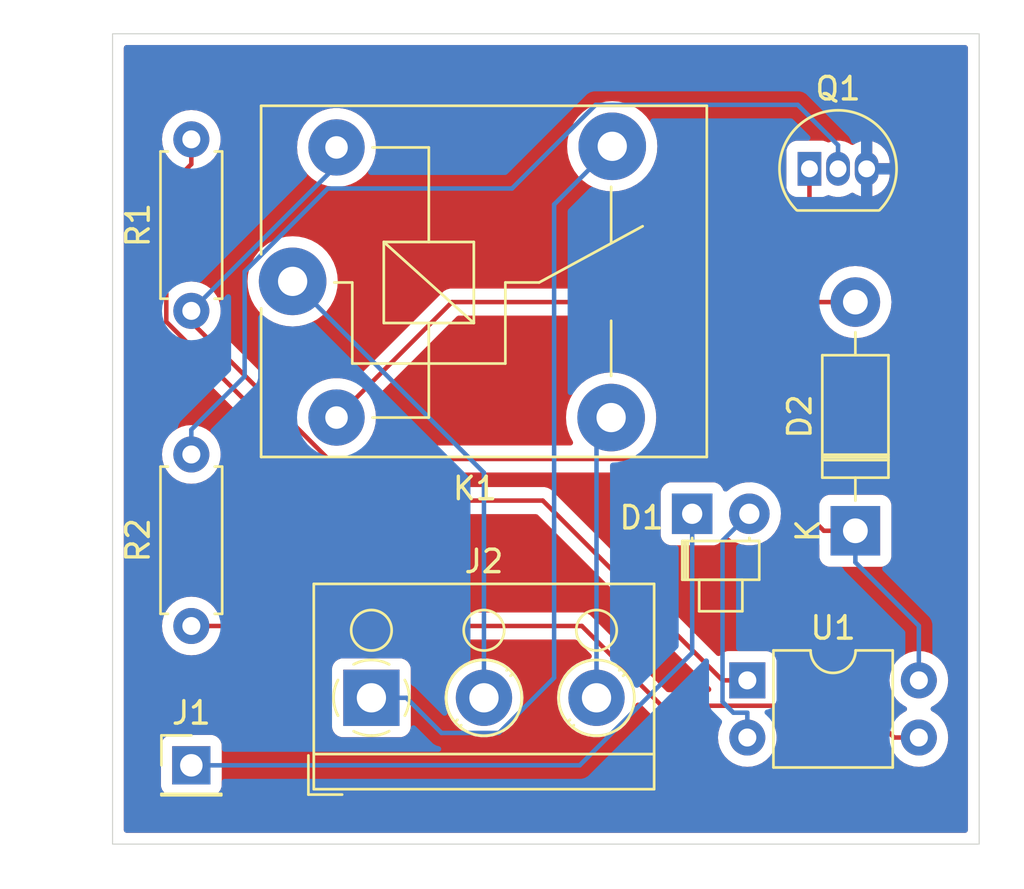
<source format=kicad_pcb>
(kicad_pcb (version 20240108) (generator "pcbnew") (generator_version "8.0")
  (layers (0 "F.Cu" signal) (31 "B.Cu" signal) (34 "B.Paste" user) (35 "F.Paste" user) (36 "B.SilkS" user "B.Silkscreen") (37 "F.SilkS" user "F.Silkscreen") (38 "B.Mask" user) (39 "F.Mask" user) (44 "Edge.Cuts" user))
  (net 0 "")
  (net 1 "Net-(D1-A)")
  (net 2 "Net-(D1-K)")
  (net 3 "+5V")
  (net 4 "Net-(D2-A)")
  (net 5 "Net-(J2-Pin_2)")
  (net 6 "Net-(J2-Pin_1)")
  (net 7 "Net-(J2-Pin_3)")
  (net 8 "Net-(Q1-B)")
  (net 9 "GND")
  (net 10 "Net-(R1-Pad2)")
  (net 11 "Net-(R2-Pad1)")
  (footprint "Resistor_THT:R_Axial_DIN0207_L6.3mm_D2.5mm_P7.62mm_Horizontal" (layer "F.Cu") (at 113.5 74.31 90)
    (property "Reference" "R1" (at 3.81 -2.37 90) (layer "F.SilkS"))
    (property "Value" "R")
    (fp_line (start 7.08 -1.37) (end 7.08 -1.04) (stroke (width 0.12)) (layer "F.SilkS"))
    (fp_line (start 0.54 -1.37) (end 7.08 -1.37) (stroke (width 0.12)) (layer "F.SilkS"))
    (fp_line (start 0.54 -1.04) (end 0.54 -1.37) (stroke (width 0.12)) (layer "F.SilkS"))
    (fp_line (start 0.54 1.04) (end 0.54 1.37) (stroke (width 0.12)) (layer "F.SilkS"))
    (fp_line (start 7.08 1.37) (end 7.08 1.04) (stroke (width 0.12)) (layer "F.SilkS"))
    (fp_line (start 0.54 1.37) (end 7.08 1.37) (stroke (width 0.12)) (layer "F.SilkS"))
    (pad "1" thru_hole circle (at 0 0 90) (size 1.6 1.6) (drill 0.8) (layers "*.Cu" "*.Mask") (net 3 "+5V"))
    (pad "2" thru_hole oval (at 7.62 0 90) (size 1.6 1.6) (drill 0.8) (layers "*.Cu" "*.Mask") (net 10 "Net-(R1-Pad2)"))
  )
  (footprint "Package_DIP:DIP-4_W7.62mm" (layer "F.Cu") (at 138.2 90.725)
    (property "Reference" "U1" (at 3.81 -2.33 0) (layer "F.SilkS"))
    (property "Value" "PC817")
    (fp_line (start 1.16 -1.33) (end 1.16 3.87) (stroke (width 0.12)) (layer "F.SilkS"))
    (fp_line (start 1.16 3.87) (end 6.46 3.87) (stroke (width 0.12)) (layer "F.SilkS"))
    (fp_line (start 2.81 -1.33) (end 1.16 -1.33) (stroke (width 0.12)) (layer "F.SilkS"))
    (fp_line (start 6.46 -1.33) (end 4.81 -1.33) (stroke (width 0.12)) (layer "F.SilkS"))
    (fp_line (start 6.46 3.87) (end 6.46 -1.33) (stroke (width 0.12)) (layer "F.SilkS"))
    (fp_arc (start 4.81 -1.33) (mid 3.81 -0.33) (end 2.81 -1.33) (stroke (width 0.12)) (layer "F.SilkS"))
    (pad "1" thru_hole rect (at 0 0) (size 1.6 1.6) (drill 0.8) (layers "*.Cu" "*.Mask") (net 10 "Net-(R1-Pad2)"))
    (pad "2" thru_hole oval (at 0 2.54) (size 1.6 1.6) (drill 0.8) (layers "*.Cu" "*.Mask") (net 1 "Net-(D1-A)"))
    (pad "3" thru_hole oval (at 7.62 2.54) (size 1.6 1.6) (drill 0.8) (layers "*.Cu" "*.Mask") (net 11 "Net-(R2-Pad1)"))
    (pad "4" thru_hole oval (at 7.62 0) (size 1.6 1.6) (drill 0.8) (layers "*.Cu" "*.Mask") (net 3 "+5V"))
  )
  (footprint "TerminalBlock_RND:TerminalBlock_RND_205-00002_1x03_P5.00mm_Horizontal" (layer "F.Cu") (at 121.5 91.5)
    (property "Reference" "J2" (at 5 -6.06 0) (layer "F.SilkS"))
    (property "Value" "Screw_Terminal_01x03")
    (fp_line (start -2.8 2.56) (end -2.8 4.3) (stroke (width 0.12)) (layer "F.SilkS"))
    (fp_line (start -2.8 4.3) (end -1.3 4.3) (stroke (width 0.12)) (layer "F.SilkS"))
    (fp_line (start -2.56 -5.06) (end -2.56 4.06) (stroke (width 0.12)) (layer "F.SilkS"))
    (fp_line (start -2.56 -5.06) (end 12.56 -5.06) (stroke (width 0.12)) (layer "F.SilkS"))
    (fp_line (start -2.56 2.5) (end 12.56 2.5) (stroke (width 0.12)) (layer "F.SilkS"))
    (fp_line (start -2.56 4.06) (end 12.56 4.06) (stroke (width 0.12)) (layer "F.SilkS"))
    (fp_line (start 3.82 0.976) (end 3.726 1.069) (stroke (width 0.12)) (layer "F.SilkS"))
    (fp_line (start 3.99 1.216) (end 3.931 1.274) (stroke (width 0.12)) (layer "F.SilkS"))
    (fp_line (start 6.07 -1.275) (end 6.011 -1.216) (stroke (width 0.12)) (layer "F.SilkS"))
    (fp_line (start 6.275 -1.069) (end 6.181 -0.976) (stroke (width 0.12)) (layer "F.SilkS"))
    (fp_line (start 8.82 0.976) (end 8.726 1.069) (stroke (width 0.12)) (layer "F.SilkS"))
    (fp_line (start 8.99 1.216) (end 8.931 1.274) (stroke (width 0.12)) (layer "F.SilkS"))
    (fp_line (start 11.07 -1.275) (end 11.011 -1.216) (stroke (width 0.12)) (layer "F.SilkS"))
    (fp_line (start 11.275 -1.069) (end 11.181 -0.976) (stroke (width 0.12)) (layer "F.SilkS"))
    (fp_line (start 12.56 -5.06) (end 12.56 4.06) (stroke (width 0.12)) (layer "F.SilkS"))
    (fp_arc (start -1.483953 0.789089) (mid -1.680708 0.00005) (end -1.484 -0.789) (stroke (width 0.12)) (layer "F.SilkS"))
    (fp_arc (start -0.789089 -1.483953) (mid -0.00005 -1.680708) (end 0.789 -1.484) (stroke (width 0.12)) (layer "F.SilkS"))
    (fp_arc (start 0.029383 1.68045) (mid -0.392304 1.634281) (end -0.789 1.484) (stroke (width 0.12)) (layer "F.SilkS"))
    (fp_arc (start 0.788712 1.483352) (mid 0.406429 1.630097) (end 0 1.68) (stroke (width 0.12)) (layer "F.SilkS"))
    (fp_arc (start 1.483953 -0.789089) (mid 1.680708 -0.00005) (end 1.484 0.789) (stroke (width 0.12)) (layer "F.SilkS"))
    (fp_circle (center 0 -3) (end 0.9 -3) (stroke (width 0.12)) (fill none) (layer "F.SilkS"))
    (fp_circle (center 5 -3) (end 5.9 -3) (stroke (width 0.12)) (fill none) (layer "F.SilkS"))
    (fp_circle (center 5 0) (end 6.68 0) (stroke (width 0.12)) (fill none) (layer "F.SilkS"))
    (fp_circle (center 10 -3) (end 10.9 -3) (stroke (width 0.12)) (fill none) (layer "F.SilkS"))
    (fp_circle (center 10 0) (end 11.68 0) (stroke (width 0.12)) (fill none) (layer "F.SilkS"))
    (pad "1" thru_hole rect (at 0 0) (size 2.5 2.5) (drill 1.3) (layers "*.Cu" "*.Mask") (net 6 "Net-(J2-Pin_1)"))
    (pad "2" thru_hole circle (at 5 0) (size 2.5 2.5) (drill 1.3) (layers "*.Cu" "*.Mask") (net 5 "Net-(J2-Pin_2)"))
    (pad "3" thru_hole circle (at 10 0) (size 2.5 2.5) (drill 1.3) (layers "*.Cu" "*.Mask") (net 7 "Net-(J2-Pin_3)"))
  )
  (footprint "Diode_THT:D_DO-41_SOD81_P10.16mm_Horizontal" (layer "F.Cu") (at 143 84.08 90)
    (property "Reference" "D2" (at 5.08 -2.47 90) (layer "F.SilkS"))
    (property "Value" "1N4007")
    (fp_line (start 7.8 -1.47) (end 2.36 -1.47) (stroke (width 0.12)) (layer "F.SilkS"))
    (fp_line (start 3.38 -1.47) (end 3.38 1.47) (stroke (width 0.12)) (layer "F.SilkS"))
    (fp_line (start 3.26 -1.47) (end 3.26 1.47) (stroke (width 0.12)) (layer "F.SilkS"))
    (fp_line (start 3.14 -1.47) (end 3.14 1.47) (stroke (width 0.12)) (layer "F.SilkS"))
    (fp_line (start 2.36 -1.47) (end 2.36 1.47) (stroke (width 0.12)) (layer "F.SilkS"))
    (fp_line (start 8.82 0) (end 7.8 0) (stroke (width 0.12)) (layer "F.SilkS"))
    (fp_line (start 1.34 0) (end 2.36 0) (stroke (width 0.12)) (layer "F.SilkS"))
    (fp_line (start 7.8 1.47) (end 7.8 -1.47) (stroke (width 0.12)) (layer "F.SilkS"))
    (fp_line (start 2.36 1.47) (end 7.8 1.47) (stroke (width 0.12)) (layer "F.SilkS"))
    (fp_text user "K" (at 0 -2.1 90) (layer "F.SilkS"))
    (pad "1" thru_hole rect (at 0 0 90) (size 2.2 2.2) (drill 1.1) (layers "*.Cu" "*.Mask") (net 3 "+5V"))
    (pad "2" thru_hole oval (at 10.16 0 90) (size 2.2 2.2) (drill 1.1) (layers "*.Cu" "*.Mask") (net 4 "Net-(D2-A)"))
  )
  (footprint "LED_THT:LED_D1.8mm_W1.8mm_H2.4mm_Horizontal_O1.27mm_Z1.6mm" (layer "F.Cu") (at 135.75 83.325)
    (property "Reference" "D1" (at -2.25 0.175 0) (layer "F.SilkS"))
    (property "Value" "LED")
    (fp_line (start -0.44 1.21) (end -0.44 2.93) (stroke (width 0.12)) (layer "F.SilkS"))
    (fp_line (start -0.44 2.93) (end 2.98 2.93) (stroke (width 0.12)) (layer "F.SilkS"))
    (fp_line (start -0.32 1.21) (end -0.32 2.93) (stroke (width 0.12)) (layer "F.SilkS"))
    (fp_line (start -0.2 1.21) (end -0.2 2.93) (stroke (width 0.12)) (layer "F.SilkS"))
    (fp_line (start 0 1.08) (end 0 1.08) (stroke (width 0.12)) (layer "F.SilkS"))
    (fp_line (start 0 1.08) (end 0 1.21) (stroke (width 0.12)) (layer "F.SilkS"))
    (fp_line (start 0 1.21) (end 0 1.08) (stroke (width 0.12)) (layer "F.SilkS"))
    (fp_line (start 0 1.21) (end 0 1.21) (stroke (width 0.12)) (layer "F.SilkS"))
    (fp_line (start 0.31 2.93) (end 0.31 4.33) (stroke (width 0.12)) (layer "F.SilkS"))
    (fp_line (start 0.31 4.33) (end 2.23 4.33) (stroke (width 0.12)) (layer "F.SilkS"))
    (fp_line (start 2.23 2.93) (end 0.31 2.93) (stroke (width 0.12)) (layer "F.SilkS"))
    (fp_line (start 2.23 4.33) (end 2.23 2.93) (stroke (width 0.12)) (layer "F.SilkS"))
    (fp_line (start 2.54 1.08) (end 2.54 1.08) (stroke (width 0.12)) (layer "F.SilkS"))
    (fp_line (start 2.54 1.08) (end 2.54 1.21) (stroke (width 0.12)) (layer "F.SilkS"))
    (fp_line (start 2.54 1.21) (end 2.54 1.08) (stroke (width 0.12)) (layer "F.SilkS"))
    (fp_line (start 2.54 1.21) (end 2.54 1.21) (stroke (width 0.12)) (layer "F.SilkS"))
    (fp_line (start 2.98 1.21) (end -0.44 1.21) (stroke (width 0.12)) (layer "F.SilkS"))
    (fp_line (start 2.98 2.93) (end 2.98 1.21) (stroke (width 0.12)) (layer "F.SilkS"))
    (pad "1" thru_hole rect (at 0 0) (size 1.8 1.8) (drill 0.9) (layers "*.Cu" "*.Mask") (net 2 "Net-(D1-K)"))
    (pad "2" thru_hole circle (at 2.54 0) (size 1.8 1.8) (drill 0.9) (layers "*.Cu" "*.Mask") (net 1 "Net-(D1-A)"))
  )
  (footprint "Resistor_THT:R_Axial_DIN0207_L6.3mm_D2.5mm_P7.62mm_Horizontal" (layer "F.Cu") (at 113.5 88.31 90)
    (property "Reference" "R2" (at 3.81 -2.37 90) (layer "F.SilkS"))
    (property "Value" "R")
    (fp_line (start 7.08 -1.37) (end 7.08 -1.04) (stroke (width 0.12)) (layer "F.SilkS"))
    (fp_line (start 0.54 -1.37) (end 7.08 -1.37) (stroke (width 0.12)) (layer "F.SilkS"))
    (fp_line (start 0.54 -1.04) (end 0.54 -1.37) (stroke (width 0.12)) (layer "F.SilkS"))
    (fp_line (start 0.54 1.04) (end 0.54 1.37) (stroke (width 0.12)) (layer "F.SilkS"))
    (fp_line (start 7.08 1.37) (end 7.08 1.04) (stroke (width 0.12)) (layer "F.SilkS"))
    (fp_line (start 0.54 1.37) (end 7.08 1.37) (stroke (width 0.12)) (layer "F.SilkS"))
    (pad "1" thru_hole circle (at 0 0 90) (size 1.6 1.6) (drill 0.8) (layers "*.Cu" "*.Mask") (net 11 "Net-(R2-Pad1)"))
    (pad "2" thru_hole oval (at 7.62 0 90) (size 1.6 1.6) (drill 0.8) (layers "*.Cu" "*.Mask") (net 8 "Net-(Q1-B)"))
  )
  (footprint "Relay_THT:Relay_SPDT_SANYOU_SRD_Series_Form_C" (layer "F.Cu") (at 118 73)
    (property "Reference" "K1" (at 8.1 9.2 0) (layer "F.SilkS"))
    (property "Value" "SANYOU_SRD_Form_C")
    (fp_line (start -1.4 -7.8) (end -1.4 -1.2) (stroke (width 0.12)) (layer "F.SilkS"))
    (fp_line (start -1.4 -7.8) (end 18.4 -7.8) (stroke (width 0.12)) (layer "F.SilkS"))
    (fp_line (start -1.4 1.2) (end -1.4 7.8) (stroke (width 0.12)) (layer "F.SilkS"))
    (fp_line (start 2.65 0.05) (end 1.85 0.05) (stroke (width 0.12)) (layer "F.SilkS"))
    (fp_line (start 2.65 0.05) (end 2.65 3.65) (stroke (width 0.12)) (layer "F.SilkS"))
    (fp_line (start 3.55 6.05) (end 6.05 6.05) (stroke (width 0.12)) (layer "F.SilkS"))
    (fp_line (start 4.05 -1.75) (end 8.05 -1.75) (stroke (width 0.12)) (layer "F.SilkS"))
    (fp_line (start 4.05 1.85) (end 4.05 -1.75) (stroke (width 0.12)) (layer "F.SilkS"))
    (fp_line (start 6.05 -5.95) (end 3.55 -5.95) (stroke (width 0.12)) (layer "F.SilkS"))
    (fp_line (start 6.05 -5.95) (end 6.05 -1.75) (stroke (width 0.12)) (layer "F.SilkS"))
    (fp_line (start 6.05 1.85) (end 6.05 6.05) (stroke (width 0.12)) (layer "F.SilkS"))
    (fp_line (start 8.05 -1.75) (end 8.05 1.85) (stroke (width 0.12)) (layer "F.SilkS"))
    (fp_line (start 8.05 1.85) (end 4.05 -1.75) (stroke (width 0.12)) (layer "F.SilkS"))
    (fp_line (start 8.05 1.85) (end 4.05 1.85) (stroke (width 0.12)) (layer "F.SilkS"))
    (fp_line (start 9.45 0.05) (end 9.45 3.65) (stroke (width 0.12)) (layer "F.SilkS"))
    (fp_line (start 9.45 0.05) (end 10.95 0.05) (stroke (width 0.12)) (layer "F.SilkS"))
    (fp_line (start 9.45 3.65) (end 2.65 3.65) (stroke (width 0.12)) (layer "F.SilkS"))
    (fp_line (start 10.95 0.05) (end 15.55 -2.45) (stroke (width 0.12)) (layer "F.SilkS"))
    (fp_line (start 14.15 -4.2) (end 14.15 -1.7) (stroke (width 0.12)) (layer "F.SilkS"))
    (fp_line (start 14.15 4.2) (end 14.15 1.75) (stroke (width 0.12)) (layer "F.SilkS"))
    (fp_line (start 18.4 -7.8) (end 18.4 7.8) (stroke (width 0.12)) (layer "F.SilkS"))
    (fp_line (start 18.4 7.8) (end -1.4 7.8) (stroke (width 0.12)) (layer "F.SilkS"))
    (pad "1" thru_hole circle (at 0 0 90) (size 3 3) (drill 1.3) (layers "*.Cu" "*.Mask") (net 5 "Net-(J2-Pin_2)"))
    (pad "2" thru_hole circle (at 1.95 6.05 90) (size 2.5 2.5) (drill 1) (layers "*.Cu" "*.Mask") (net 4 "Net-(D2-A)"))
    (pad "3" thru_hole circle (at 14.15 6.05 90) (size 3 3) (drill 1.3) (layers "*.Cu" "*.Mask") (net 7 "Net-(J2-Pin_3)"))
    (pad "4" thru_hole circle (at 14.2 -6 90) (size 3 3) (drill 1.3) (layers "*.Cu" "*.Mask") (net 6 "Net-(J2-Pin_1)"))
    (pad "5" thru_hole circle (at 1.95 -5.95 90) (size 2.5 2.5) (drill 1) (layers "*.Cu" "*.Mask") (net 3 "+5V"))
  )
  (footprint "Connector_PinHeader_2.54mm:PinHeader_1x01_P2.54mm_Vertical" (layer "F.Cu") (at 113.5 94.5)
    (property "Reference" "J1" (at 0 -2.33 0) (layer "F.SilkS"))
    (property "Value" "Conn_01x01_Pin")
    (fp_line (start -1.33 -1.33) (end 0 -1.33) (stroke (width 0.12)) (layer "F.SilkS"))
    (fp_line (start -1.33 0) (end -1.33 -1.33) (stroke (width 0.12)) (layer "F.SilkS"))
    (fp_line (start -1.33 1.27) (end -1.33 1.33) (stroke (width 0.12)) (layer "F.SilkS"))
    (fp_line (start -1.33 1.27) (end 1.33 1.27) (stroke (width 0.12)) (layer "F.SilkS"))
    (fp_line (start -1.33 1.33) (end 1.33 1.33) (stroke (width 0.12)) (layer "F.SilkS"))
    (fp_line (start 1.33 1.27) (end 1.33 1.33) (stroke (width 0.12)) (layer "F.SilkS"))
    (pad "1" thru_hole rect (at 0 0) (size 1.7 1.7) (drill 1) (layers "*.Cu" "*.Mask") (net 2 "Net-(D1-K)"))
  )
  (footprint "Package_TO_SOT_THT:TO-92_Inline" (layer "F.Cu") (at 140.96 68)
    (property "Reference" "Q1" (at 1.27 -3.56 0) (layer "F.SilkS"))
    (property "Value" "BC547")
    (fp_line (start -0.53 1.85) (end 3.07 1.85) (stroke (width 0.12)) (layer "F.SilkS"))
    (fp_arc (start -0.568478 1.838478) (mid -1.132087 -0.994977) (end 1.27 -2.6) (stroke (width 0.12)) (layer "F.SilkS"))
    (fp_arc (start 1.27 -2.6) (mid 3.672087 -0.994977) (end 3.108478 1.838478) (stroke (width 0.12)) (layer "F.SilkS"))
    (pad "1" thru_hole rect (at 0 0) (size 1.05 1.5) (drill 0.75) (layers "*.Cu" "*.Mask") (net 4 "Net-(D2-A)"))
    (pad "2" thru_hole oval (at 1.27 0) (size 1.05 1.5) (drill 0.75) (layers "*.Cu" "*.Mask") (net 8 "Net-(Q1-B)"))
    (pad "3" thru_hole oval (at 2.54 0) (size 1.05 1.5) (drill 0.75) (layers "*.Cu" "*.Mask") (net 9 "GND"))
  )
  (gr_rect (start 110 62) (end 148.5 98) (stroke (width 0.05)) (fill none) (layer "Edge.Cuts"))
  (segment (start 137.5821 92.1633) (end 138.2 92.1633) (width 0.2) (layer "B.Cu") (net 1))
  (segment (start 138.29 83.325) (end 137.0983 84.5167) (width 0.2) (layer "B.Cu") (net 1))
  (segment (start 138.2 93.265) (end 138.2 92.1633) (width 0.2) (layer "B.Cu") (net 1))
  (segment (start 137.0983 91.6795) (end 137.5821 92.1633) (width 0.2) (layer "B.Cu") (net 1))
  (segment (start 137.0983 84.5167) (end 137.0983 91.6795) (width 0.2) (layer "B.Cu") (net 1))
  (segment (start 135.75 89.5025) (end 130.7525 94.5) (width 0.2) (layer "B.Cu") (net 2))
  (segment (start 135.75 83.325) (end 135.75 89.5025) (width 0.2) (layer "B.Cu") (net 2))
  (segment (start 130.7525 94.5) (end 113.5 94.5) (width 0.2) (layer "B.Cu") (net 2))
  (segment (start 138.4083 80.89) (end 141.5983 84.08) (width 0.2) (layer "F.Cu") (net 3))
  (segment (start 113.5 74.31) (end 113.5 74.8091) (width 0.2) (layer "F.Cu") (net 3))
  (segment (start 113.5 74.8091) (end 119.5809 80.89) (width 0.2) (layer "F.Cu") (net 3))
  (segment (start 143 84.08) (end 141.5983 84.08) (width 0.2) (layer "F.Cu") (net 3))
  (segment (start 119.5809 80.89) (end 138.4083 80.89) (width 0.2) (layer "F.Cu") (net 3))
  (segment (start 143 84.08) (end 143 85.4817) (width 0.2) (layer "B.Cu") (net 3))
  (segment (start 143 85.4817) (end 145.82 88.3017) (width 0.2) (layer "B.Cu") (net 3))
  (segment (start 113.5 74.31) (end 119.95 67.86) (width 0.2) (layer "B.Cu") (net 3))
  (segment (start 145.82 88.3017) (end 145.82 90.725) (width 0.2) (layer "B.Cu") (net 3))
  (segment (start 119.95 67.86) (end 119.95 67.05) (width 0.2) (layer "B.Cu") (net 3))
  (segment (start 140.96 73.92) (end 143 73.92) (width 0.2) (layer "F.Cu") (net 4))
  (segment (start 140.96 73.92) (end 140.96 68) (width 0.2) (layer "F.Cu") (net 4))
  (segment (start 119.95 79.05) (end 125.08 73.92) (width 0.2) (layer "F.Cu") (net 4))
  (segment (start 125.08 73.92) (end 140.96 73.92) (width 0.2) (layer "F.Cu") (net 4))
  (segment (start 126.5 91.5) (end 126.5 81.5) (width 0.2) (layer "B.Cu") (net 5))
  (segment (start 126.5 81.5) (end 118 73) (width 0.2) (layer "B.Cu") (net 5))
  (segment (start 124.6126 93.0609) (end 123.0517 91.5) (width 0.2) (layer "B.Cu") (net 6))
  (segment (start 127.1663 93.0609) (end 124.6126 93.0609) (width 0.2) (layer "B.Cu") (net 6))
  (segment (start 129.6163 69.5837) (end 129.6163 90.6109) (width 0.2) (layer "B.Cu") (net 6))
  (segment (start 121.5 91.5) (end 123.0517 91.5) (width 0.2) (layer "B.Cu") (net 6))
  (segment (start 129.6163 90.6109) (end 127.1663 93.0609) (width 0.2) (layer "B.Cu") (net 6))
  (segment (start 132.2 67) (end 129.6163 69.5837) (width 0.2) (layer "B.Cu") (net 6))
  (segment (start 131.5 79.7) (end 132.15 79.05) (width 0.2) (layer "B.Cu") (net 7))
  (segment (start 131.5 91.5) (end 131.5 79.7) (width 0.2) (layer "B.Cu") (net 7))
  (segment (start 140.4391 65.1574) (end 131.4613 65.1574) (width 0.2) (layer "B.Cu") (net 8))
  (segment (start 115.8686 72.5657) (end 115.8686 77.2197) (width 0.2) (layer "B.Cu") (net 8))
  (segment (start 115.8686 77.2197) (end 113.5 79.5883) (width 0.2) (layer "B.Cu") (net 8))
  (segment (start 142.23 68) (end 142.23 66.9483) (width 0.2) (layer "B.Cu") (net 8))
  (segment (start 131.4613 65.1574) (end 127.7455 68.8732) (width 0.2) (layer "B.Cu") (net 8))
  (segment (start 119.5611 68.8732) (end 115.8686 72.5657) (width 0.2) (layer "B.Cu") (net 8))
  (segment (start 127.7455 68.8732) (end 119.5611 68.8732) (width 0.2) (layer "B.Cu") (net 8))
  (segment (start 113.5 80.69) (end 113.5 79.5883) (width 0.2) (layer "B.Cu") (net 8))
  (segment (start 142.23 66.9483) (end 140.4391 65.1574) (width 0.2) (layer "B.Cu") (net 8))
  (segment (start 129.1116 82.7383) (end 120.3343 82.7383) (width 0.2) (layer "F.Cu") (net 10))
  (segment (start 112.3877 68.904) (end 113.5 67.7917) (width 0.2) (layer "F.Cu") (net 10))
  (segment (start 113.5 66.69) (end 113.5 67.7917) (width 0.2) (layer "F.Cu") (net 10))
  (segment (start 120.3343 82.7383) (end 112.3877 74.7917) (width 0.2) (layer "F.Cu") (net 10))
  (segment (start 137.0983 90.725) (end 129.1116 82.7383) (width 0.2) (layer "F.Cu") (net 10))
  (segment (start 138.2 90.725) (end 137.0983 90.725) (width 0.2) (layer "F.Cu") (net 10))
  (segment (start 112.3877 74.7917) (end 112.3877 68.904) (width 0.2) (layer "F.Cu") (net 10))
  (segment (start 113.5 88.31) (end 130.8494 88.31) (width 0.2) (layer "F.Cu") (net 11))
  (segment (start 145.82 93.265) (end 144.7183 93.265) (width 0.2) (layer "F.Cu") (net 11))
  (segment (start 130.8494 88.31) (end 134.3928 91.8534) (width 0.2) (layer "F.Cu") (net 11))
  (segment (start 143.3067 91.8534) (end 144.7183 93.265) (width 0.2) (layer "F.Cu") (net 11))
  (segment (start 134.3928 91.8534) (end 143.3067 91.8534) (width 0.2) (layer "F.Cu") (net 11))
  (zone (net 9) (net_name "GND") (layers "F&B.Cu") (connect_pads (clearance 0.5)) (min_thickness 0.25) (fill yes (thermal_gap 0.5) (thermal_bridge_width 0.5))
    (polygon (pts (xy 105 60.5) (xy 150.5 60.5) (xy 150.5 100) (xy 105 100)))
  )
)
</source>
